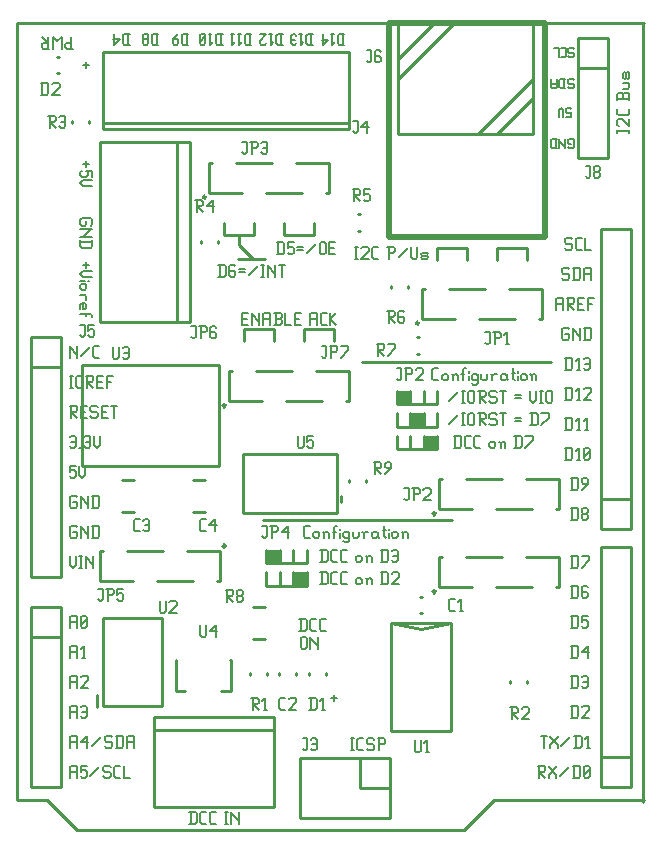
<source format=gbr>
G04 start of page 8 for group -4079 idx -4079 *
G04 Title: (unknown), topsilk *
G04 Creator: pcb 20140316 *
G04 CreationDate: Mon 19 Oct 2015 08:44:37 PM GMT UTC *
G04 For: ndholmes *
G04 Format: Gerber/RS-274X *
G04 PCB-Dimensions (mil): 2110.00 2710.00 *
G04 PCB-Coordinate-Origin: lower left *
%MOIN*%
%FSLAX25Y25*%
%LNTOPSILK*%
%ADD86C,0.0200*%
%ADD85C,0.0080*%
%ADD84C,0.0100*%
%ADD83C,0.0001*%
G54D83*G36*
X132000Y140000D02*X136500D01*
Y135500D01*
X132000D01*
Y140000D01*
G37*
G36*
X127500Y147500D02*X132000D01*
Y143000D01*
X127500D01*
Y147500D01*
G37*
G36*
X136500Y132500D02*X141000D01*
Y128000D01*
X136500D01*
Y132500D01*
G37*
G36*
X93000Y87000D02*X97500D01*
Y82500D01*
X93000D01*
Y87000D01*
G37*
G36*
X84000Y94500D02*X88500D01*
Y90000D01*
X84000D01*
Y94500D01*
G37*
G54D84*X150000Y1000D02*X21000D01*
X160000Y11000D02*X150000Y1000D01*
X1000Y11000D02*X11000D01*
X210000D02*X160000D01*
X83000Y104500D02*X146000D01*
X84000Y87000D02*Y82500D01*
Y94500D02*Y90000D01*
X88500Y82500D02*Y87000D01*
X97500D02*Y82500D01*
X84000D02*X97500D01*
X127500Y140000D02*Y135500D01*
Y132500D02*Y128000D01*
X132000D02*Y132500D01*
X127500Y147500D02*Y143000D01*
X132000D02*Y147500D01*
X136500Y143000D02*Y147500D01*
X141000D02*Y143000D01*
X127500D02*X141000D01*
X132000Y135500D02*Y140000D01*
X136500Y135500D02*Y140000D01*
X141000D02*Y135500D01*
X127500D02*X141000D01*
X136500Y128000D02*Y132500D01*
X127500Y128000D02*X141000D01*
Y132500D02*Y128000D01*
X116000Y157000D02*X179000D01*
X21000Y1000D02*X11000Y11000D01*
X1000D02*Y270000D01*
X88500Y90000D02*Y94500D01*
X93000Y90000D02*Y94500D01*
X97500D02*Y90000D01*
X84000D02*X97500D01*
X93000Y82500D02*Y87000D01*
X80000Y203500D02*Y199500D01*
X90000D02*Y203500D01*
X80000Y199500D02*X70000D01*
X100000D02*X90000D01*
X70000D02*Y203500D01*
X75000Y199500D02*Y196000D01*
X79500Y191500D01*
X74500D02*X83500D01*
X100000Y203500D02*Y199500D01*
X96500Y164000D02*Y168000D01*
X76500Y164000D02*Y168000D01*
X86500D02*X76500D01*
X86500D02*Y164000D01*
X209500Y269500D02*Y10500D01*
X128000Y251500D02*X146500Y270000D01*
X128000Y258000D02*X140000Y270000D01*
X128000Y233000D02*Y270000D01*
X173000Y251500D02*X154500Y233000D01*
X173000Y245000D02*X161000Y233000D01*
X173000D02*X128000D01*
X173000Y270000D02*Y233000D01*
X1000Y270000D02*X210000D01*
X141000Y191000D02*Y195000D01*
X151000D02*X141000D01*
X151000D02*Y191000D01*
X171000Y195000D02*Y191000D01*
X161000D02*Y195000D01*
X171000D02*X161000D01*
X106500Y168000D02*Y164000D01*
Y168000D02*X96500D01*
G54D85*X18500Y22000D02*Y18500D01*
Y22000D02*X19000Y22500D01*
X20500D01*
X21000Y22000D01*
Y18500D01*
X18500Y20500D02*X21000D01*
X22200Y22500D02*X24200D01*
X22200D02*Y20500D01*
X22700Y21000D01*
X23700D01*
X24200Y20500D01*
Y19000D01*
X23700Y18500D02*X24200Y19000D01*
X22700Y18500D02*X23700D01*
X22200Y19000D02*X22700Y18500D01*
X25400Y19000D02*X28400Y22000D01*
X31600Y22500D02*X32100Y22000D01*
X30100Y22500D02*X31600D01*
X29600Y22000D02*X30100Y22500D01*
X29600Y22000D02*Y21000D01*
X30100Y20500D01*
X31600D01*
X32100Y20000D01*
Y19000D01*
X31600Y18500D02*X32100Y19000D01*
X30100Y18500D02*X31600D01*
X29600Y19000D02*X30100Y18500D01*
X33800D02*X35300D01*
X33300Y19000D02*X33800Y18500D01*
X33300Y22000D02*Y19000D01*
Y22000D02*X33800Y22500D01*
X35300D01*
X36500D02*Y18500D01*
X38500D01*
X18500Y32000D02*Y28500D01*
Y32000D02*X19000Y32500D01*
X20500D01*
X21000Y32000D01*
Y28500D01*
X18500Y30500D02*X21000D01*
X22200D02*X24200Y32500D01*
X22200Y30500D02*X24700D01*
X24200Y32500D02*Y28500D01*
X25900Y29000D02*X28900Y32000D01*
X32100Y32500D02*X32600Y32000D01*
X30600Y32500D02*X32100D01*
X30100Y32000D02*X30600Y32500D01*
X30100Y32000D02*Y31000D01*
X30600Y30500D01*
X32100D01*
X32600Y30000D01*
Y29000D01*
X32100Y28500D02*X32600Y29000D01*
X30600Y28500D02*X32100D01*
X30100Y29000D02*X30600Y28500D01*
X34300Y32500D02*Y28500D01*
X35800Y32500D02*X36300Y32000D01*
Y29000D01*
X35800Y28500D02*X36300Y29000D01*
X33800Y28500D02*X35800D01*
X33800Y32500D02*X35800D01*
X37500Y32000D02*Y28500D01*
Y32000D02*X38000Y32500D01*
X39500D01*
X40000Y32000D01*
Y28500D01*
X37500Y30500D02*X40000D01*
X18500Y42000D02*Y38500D01*
Y42000D02*X19000Y42500D01*
X20500D01*
X21000Y42000D01*
Y38500D01*
X18500Y40500D02*X21000D01*
X22200Y42000D02*X22700Y42500D01*
X23700D01*
X24200Y42000D01*
Y39000D01*
X23700Y38500D02*X24200Y39000D01*
X22700Y38500D02*X23700D01*
X22200Y39000D02*X22700Y38500D01*
Y40500D02*X24200D01*
X18500Y52000D02*Y48500D01*
Y52000D02*X19000Y52500D01*
X20500D01*
X21000Y52000D01*
Y48500D01*
X18500Y50500D02*X21000D01*
X22200Y52000D02*X22700Y52500D01*
X24200D01*
X24700Y52000D01*
Y51000D01*
X22200Y48500D02*X24700Y51000D01*
X22200Y48500D02*X24700D01*
X18500Y62000D02*Y58500D01*
Y62000D02*X19000Y62500D01*
X20500D01*
X21000Y62000D01*
Y58500D01*
X18500Y60500D02*X21000D01*
X22700Y58500D02*X23700D01*
X23200Y62500D02*Y58500D01*
X22200Y61500D02*X23200Y62500D01*
X58800Y7200D02*Y3200D01*
X60300Y7200D02*X60800Y6700D01*
Y3700D01*
X60300Y3200D02*X60800Y3700D01*
X58300Y3200D02*X60300D01*
X58300Y7200D02*X60300D01*
X62500Y3200D02*X64000D01*
X62000Y3700D02*X62500Y3200D01*
X62000Y6700D02*Y3700D01*
Y6700D02*X62500Y7200D01*
X64000D01*
X65700Y3200D02*X67200D01*
X65200Y3700D02*X65700Y3200D01*
X65200Y6700D02*Y3700D01*
Y6700D02*X65700Y7200D01*
X67200D01*
X70200D02*X71200D01*
X70700D02*Y3200D01*
X70200D02*X71200D01*
X72400Y7200D02*Y3200D01*
Y7200D02*Y6700D01*
X74900Y4200D01*
Y7200D02*Y3200D01*
X18500Y72000D02*Y68500D01*
Y72000D02*X19000Y72500D01*
X20500D01*
X21000Y72000D01*
Y68500D01*
X18500Y70500D02*X21000D01*
X22200Y69000D02*X22700Y68500D01*
X22200Y72000D02*Y69000D01*
Y72000D02*X22700Y72500D01*
X23700D01*
X24200Y72000D01*
Y69000D01*
X23700Y68500D02*X24200Y69000D01*
X22700Y68500D02*X23700D01*
X22200Y69500D02*X24200Y71500D01*
X18500Y92500D02*Y89500D01*
X19500Y88500D01*
X20500Y89500D01*
Y92500D02*Y89500D01*
X21700Y92500D02*X22700D01*
X22200D02*Y88500D01*
X21700D02*X22700D01*
X23900Y92500D02*Y88500D01*
Y92500D02*Y92000D01*
X26400Y89500D01*
Y92500D02*Y88500D01*
X186000Y52500D02*Y48500D01*
X187500Y52500D02*X188000Y52000D01*
Y49000D01*
X187500Y48500D02*X188000Y49000D01*
X185500Y48500D02*X187500D01*
X185500Y52500D02*X187500D01*
X189200Y52000D02*X189700Y52500D01*
X190700D01*
X191200Y52000D01*
Y49000D01*
X190700Y48500D02*X191200Y49000D01*
X189700Y48500D02*X190700D01*
X189200Y49000D02*X189700Y48500D01*
Y50500D02*X191200D01*
X186000Y62500D02*Y58500D01*
X187500Y62500D02*X188000Y62000D01*
Y59000D01*
X187500Y58500D02*X188000Y59000D01*
X185500Y58500D02*X187500D01*
X185500Y62500D02*X187500D01*
X189200Y60500D02*X191200Y62500D01*
X189200Y60500D02*X191700D01*
X191200Y62500D02*Y58500D01*
X186000Y42500D02*Y38500D01*
X187500Y42500D02*X188000Y42000D01*
Y39000D01*
X187500Y38500D02*X188000Y39000D01*
X185500Y38500D02*X187500D01*
X185500Y42500D02*X187500D01*
X189200Y42000D02*X189700Y42500D01*
X191200D01*
X191700Y42000D01*
Y41000D01*
X189200Y38500D02*X191700Y41000D01*
X189200Y38500D02*X191700D01*
X174500Y22500D02*X176500D01*
X177000Y22000D01*
Y21000D01*
X176500Y20500D02*X177000Y21000D01*
X175000Y20500D02*X176500D01*
X175000Y22500D02*Y18500D01*
Y20500D02*X177000Y18500D01*
X178200Y22500D02*Y22000D01*
X180700Y19500D01*
Y18500D01*
X178200Y19500D02*Y18500D01*
Y19500D02*X180700Y22000D01*
Y22500D02*Y22000D01*
X181900Y19000D02*X184900Y22000D01*
X186600Y22500D02*Y18500D01*
X188100Y22500D02*X188600Y22000D01*
Y19000D01*
X188100Y18500D02*X188600Y19000D01*
X186100Y18500D02*X188100D01*
X186100Y22500D02*X188100D01*
X189800Y19000D02*X190300Y18500D01*
X189800Y22000D02*Y19000D01*
Y22000D02*X190300Y22500D01*
X191300D01*
X191800Y22000D01*
Y19000D01*
X191300Y18500D02*X191800Y19000D01*
X190300Y18500D02*X191300D01*
X189800Y19500D02*X191800Y21500D01*
X112100Y31600D02*X113100D01*
X112600D02*Y27600D01*
X112100D02*X113100D01*
X114800D02*X116300D01*
X114300Y28100D02*X114800Y27600D01*
X114300Y31100D02*Y28100D01*
Y31100D02*X114800Y31600D01*
X116300D01*
X119500D02*X120000Y31100D01*
X118000Y31600D02*X119500D01*
X117500Y31100D02*X118000Y31600D01*
X117500Y31100D02*Y30100D01*
X118000Y29600D01*
X119500D01*
X120000Y29100D01*
Y28100D01*
X119500Y27600D02*X120000Y28100D01*
X118000Y27600D02*X119500D01*
X117500Y28100D02*X118000Y27600D01*
X121700Y31600D02*Y27600D01*
X121200Y31600D02*X123200D01*
X123700Y31100D01*
Y30100D01*
X123200Y29600D02*X123700Y30100D01*
X121700Y29600D02*X123200D01*
X175500Y32500D02*X177500D01*
X176500D02*Y28500D01*
X178700Y32500D02*Y32000D01*
X181200Y29500D01*
Y28500D01*
X178700Y29500D02*Y28500D01*
Y29500D02*X181200Y32000D01*
Y32500D02*Y32000D01*
X182400Y29000D02*X185400Y32000D01*
X187100Y32500D02*Y28500D01*
X188600Y32500D02*X189100Y32000D01*
Y29000D01*
X188600Y28500D02*X189100Y29000D01*
X186600Y28500D02*X188600D01*
X186600Y32500D02*X188600D01*
X190800Y28500D02*X191800D01*
X191300Y32500D02*Y28500D01*
X190300Y31500D02*X191300Y32500D01*
X105500Y45000D02*X107500D01*
X106500Y46000D02*Y44000D01*
X186000Y92500D02*Y88500D01*
X187500Y92500D02*X188000Y92000D01*
Y89000D01*
X187500Y88500D02*X188000Y89000D01*
X185500Y88500D02*X187500D01*
X185500Y92500D02*X187500D01*
X189200Y88500D02*X191700Y91000D01*
Y92500D02*Y91000D01*
X189200Y92500D02*X191700D01*
X186000Y82500D02*Y78500D01*
X187500Y82500D02*X188000Y82000D01*
Y79000D01*
X187500Y78500D02*X188000Y79000D01*
X185500Y78500D02*X187500D01*
X185500Y82500D02*X187500D01*
X190700D02*X191200Y82000D01*
X189700Y82500D02*X190700D01*
X189200Y82000D02*X189700Y82500D01*
X189200Y82000D02*Y79000D01*
X189700Y78500D01*
X190700Y80500D02*X191200Y80000D01*
X189200Y80500D02*X190700D01*
X189700Y78500D02*X190700D01*
X191200Y79000D01*
Y80000D02*Y79000D01*
X186000Y72500D02*Y68500D01*
X187500Y72500D02*X188000Y72000D01*
Y69000D01*
X187500Y68500D02*X188000Y69000D01*
X185500Y68500D02*X187500D01*
X185500Y72500D02*X187500D01*
X189200D02*X191200D01*
X189200D02*Y70500D01*
X189700Y71000D01*
X190700D01*
X191200Y70500D01*
Y69000D01*
X190700Y68500D02*X191200Y69000D01*
X189700Y68500D02*X190700D01*
X189200Y69000D02*X189700Y68500D01*
X97000Y98500D02*X98500D01*
X96500Y99000D02*X97000Y98500D01*
X96500Y102000D02*Y99000D01*
Y102000D02*X97000Y102500D01*
X98500D01*
X99700Y100000D02*Y99000D01*
Y100000D02*X100200Y100500D01*
X101200D01*
X101700Y100000D01*
Y99000D01*
X101200Y98500D02*X101700Y99000D01*
X100200Y98500D02*X101200D01*
X99700Y99000D02*X100200Y98500D01*
X103400Y100000D02*Y98500D01*
Y100000D02*X103900Y100500D01*
X104400D01*
X104900Y100000D01*
Y98500D01*
X102900Y100500D02*X103400Y100000D01*
X106600Y102000D02*Y98500D01*
Y102000D02*X107100Y102500D01*
X107600D01*
X106100Y100500D02*X107100D01*
X108600Y101500D02*Y101000D01*
Y100000D02*Y98500D01*
X111100Y100500D02*X111600Y100000D01*
X110100Y100500D02*X111100D01*
X109600Y100000D02*X110100Y100500D01*
X109600Y100000D02*Y99000D01*
X110100Y98500D01*
X111100D01*
X111600Y99000D01*
X109600Y97500D02*X110100Y97000D01*
X111100D01*
X111600Y97500D01*
Y100500D02*Y97500D01*
X112800Y100500D02*Y99000D01*
X113300Y98500D01*
X114300D01*
X114800Y99000D01*
Y100500D02*Y99000D01*
X116500Y100000D02*Y98500D01*
Y100000D02*X117000Y100500D01*
X118000D01*
X116000D02*X116500Y100000D01*
X120700Y100500D02*X121200Y100000D01*
X119700Y100500D02*X120700D01*
X119200Y100000D02*X119700Y100500D01*
X119200Y100000D02*Y99000D01*
X119700Y98500D01*
X121200Y100500D02*Y99000D01*
X121700Y98500D01*
X119700D02*X120700D01*
X121200Y99000D01*
X123400Y102500D02*Y99000D01*
X123900Y98500D01*
X122900Y101000D02*X123900D01*
X124900Y101500D02*Y101000D01*
Y100000D02*Y98500D01*
X125900Y100000D02*Y99000D01*
Y100000D02*X126400Y100500D01*
X127400D01*
X127900Y100000D01*
Y99000D01*
X127400Y98500D02*X127900Y99000D01*
X126400Y98500D02*X127400D01*
X125900Y99000D02*X126400Y98500D01*
X129600Y100000D02*Y98500D01*
Y100000D02*X130100Y100500D01*
X130600D01*
X131100Y100000D01*
Y98500D01*
X129100Y100500D02*X129600Y100000D01*
X102500Y87000D02*Y83000D01*
X104000Y87000D02*X104500Y86500D01*
Y83500D01*
X104000Y83000D02*X104500Y83500D01*
X102000Y83000D02*X104000D01*
X102000Y87000D02*X104000D01*
X106200Y83000D02*X107700D01*
X105700Y83500D02*X106200Y83000D01*
X105700Y86500D02*Y83500D01*
Y86500D02*X106200Y87000D01*
X107700D01*
X109400Y83000D02*X110900D01*
X108900Y83500D02*X109400Y83000D01*
X108900Y86500D02*Y83500D01*
Y86500D02*X109400Y87000D01*
X110900D01*
X113900Y84500D02*Y83500D01*
Y84500D02*X114400Y85000D01*
X115400D01*
X115900Y84500D01*
Y83500D01*
X115400Y83000D02*X115900Y83500D01*
X114400Y83000D02*X115400D01*
X113900Y83500D02*X114400Y83000D01*
X117600Y84500D02*Y83000D01*
Y84500D02*X118100Y85000D01*
X118600D01*
X119100Y84500D01*
Y83000D01*
X117100Y85000D02*X117600Y84500D01*
X122600Y87000D02*Y83000D01*
X124100Y87000D02*X124600Y86500D01*
Y83500D01*
X124100Y83000D02*X124600Y83500D01*
X122100Y83000D02*X124100D01*
X122100Y87000D02*X124100D01*
X125800Y86500D02*X126300Y87000D01*
X127800D01*
X128300Y86500D01*
Y85500D01*
X125800Y83000D02*X128300Y85500D01*
X125800Y83000D02*X128300D01*
X102500Y94500D02*Y90500D01*
X104000Y94500D02*X104500Y94000D01*
Y91000D01*
X104000Y90500D02*X104500Y91000D01*
X102000Y90500D02*X104000D01*
X102000Y94500D02*X104000D01*
X106200Y90500D02*X107700D01*
X105700Y91000D02*X106200Y90500D01*
X105700Y94000D02*Y91000D01*
Y94000D02*X106200Y94500D01*
X107700D01*
X109400Y90500D02*X110900D01*
X108900Y91000D02*X109400Y90500D01*
X108900Y94000D02*Y91000D01*
Y94000D02*X109400Y94500D01*
X110900D01*
X113900Y92000D02*Y91000D01*
Y92000D02*X114400Y92500D01*
X115400D01*
X115900Y92000D01*
Y91000D01*
X115400Y90500D02*X115900Y91000D01*
X114400Y90500D02*X115400D01*
X113900Y91000D02*X114400Y90500D01*
X117600Y92000D02*Y90500D01*
Y92000D02*X118100Y92500D01*
X118600D01*
X119100Y92000D01*
Y90500D01*
X117100Y92500D02*X117600Y92000D01*
X122600Y94500D02*Y90500D01*
X124100Y94500D02*X124600Y94000D01*
Y91000D01*
X124100Y90500D02*X124600Y91000D01*
X122100Y90500D02*X124100D01*
X122100Y94500D02*X124100D01*
X125800Y94000D02*X126300Y94500D01*
X127300D01*
X127800Y94000D01*
Y91000D01*
X127300Y90500D02*X127800Y91000D01*
X126300Y90500D02*X127300D01*
X125800Y91000D02*X126300Y90500D01*
Y92500D02*X127800D01*
X95500Y71500D02*Y67500D01*
X97000Y71500D02*X97500Y71000D01*
Y68000D01*
X97000Y67500D02*X97500Y68000D01*
X95000Y67500D02*X97000D01*
X95000Y71500D02*X97000D01*
X99200Y67500D02*X100700D01*
X98700Y68000D02*X99200Y67500D01*
X98700Y71000D02*Y68000D01*
Y71000D02*X99200Y71500D01*
X100700D01*
X102400Y67500D02*X103900D01*
X101900Y68000D02*X102400Y67500D01*
X101900Y71000D02*Y68000D01*
Y71000D02*X102400Y71500D01*
X103900D01*
X95500Y65000D02*Y62000D01*
Y65000D02*X96000Y65500D01*
X97000D01*
X97500Y65000D01*
Y62000D01*
X97000Y61500D02*X97500Y62000D01*
X96000Y61500D02*X97000D01*
X95500Y62000D02*X96000Y61500D01*
X98700Y65500D02*Y61500D01*
Y65500D02*Y65000D01*
X101200Y62500D01*
Y65500D02*Y61500D01*
X18500Y122500D02*X20500D01*
X18500D02*Y120500D01*
X19000Y121000D01*
X20000D01*
X20500Y120500D01*
Y119000D01*
X20000Y118500D02*X20500Y119000D01*
X19000Y118500D02*X20000D01*
X18500Y119000D02*X19000Y118500D01*
X21700Y122500D02*Y119500D01*
X22700Y118500D01*
X23700Y119500D01*
Y122500D02*Y119500D01*
X18500Y132000D02*X19000Y132500D01*
X20000D01*
X20500Y132000D01*
Y129000D01*
X20000Y128500D02*X20500Y129000D01*
X19000Y128500D02*X20000D01*
X18500Y129000D02*X19000Y128500D01*
Y130500D02*X20500D01*
X21700Y128500D02*X22200D01*
X23400Y132000D02*X23900Y132500D01*
X24900D01*
X25400Y132000D01*
Y129000D01*
X24900Y128500D02*X25400Y129000D01*
X23900Y128500D02*X24900D01*
X23400Y129000D02*X23900Y128500D01*
Y130500D02*X25400D01*
X26600Y132500D02*Y129500D01*
X27600Y128500D01*
X28600Y129500D01*
Y132500D02*Y129500D01*
X18500Y142500D02*X20500D01*
X21000Y142000D01*
Y141000D01*
X20500Y140500D02*X21000Y141000D01*
X19000Y140500D02*X20500D01*
X19000Y142500D02*Y138500D01*
Y140500D02*X21000Y138500D01*
X22200Y140500D02*X23700D01*
X22200Y138500D02*X24200D01*
X22200Y142500D02*Y138500D01*
Y142500D02*X24200D01*
X27400D02*X27900Y142000D01*
X25900Y142500D02*X27400D01*
X25400Y142000D02*X25900Y142500D01*
X25400Y142000D02*Y141000D01*
X25900Y140500D01*
X27400D01*
X27900Y140000D01*
Y139000D01*
X27400Y138500D02*X27900Y139000D01*
X25900Y138500D02*X27400D01*
X25400Y139000D02*X25900Y138500D01*
X29100Y140500D02*X30600D01*
X29100Y138500D02*X31100D01*
X29100Y142500D02*Y138500D01*
Y142500D02*X31100D01*
X32300D02*X34300D01*
X33300D02*Y138500D01*
X18500Y162500D02*Y158500D01*
Y162500D02*Y162000D01*
X21000Y159500D01*
Y162500D02*Y158500D01*
X22200Y159000D02*X25200Y162000D01*
X26900Y158500D02*X28400D01*
X26400Y159000D02*X26900Y158500D01*
X26400Y162000D02*Y159000D01*
Y162000D02*X26900Y162500D01*
X28400D01*
X18500Y152500D02*X19500D01*
X19000D02*Y148500D01*
X18500D02*X19500D01*
X20700Y152000D02*Y149000D01*
Y152000D02*X21200Y152500D01*
X22200D01*
X22700Y152000D01*
Y149000D01*
X22200Y148500D02*X22700Y149000D01*
X21200Y148500D02*X22200D01*
X20700Y149000D02*X21200Y148500D01*
X23900Y152500D02*X25900D01*
X26400Y152000D01*
Y151000D01*
X25900Y150500D02*X26400Y151000D01*
X24400Y150500D02*X25900D01*
X24400Y152500D02*Y148500D01*
Y150500D02*X26400Y148500D01*
X27600Y150500D02*X29100D01*
X27600Y148500D02*X29600D01*
X27600Y152500D02*Y148500D01*
Y152500D02*X29600D01*
X30800D02*Y148500D01*
Y152500D02*X32800D01*
X30800Y150500D02*X32300D01*
X20500Y102500D02*X21000Y102000D01*
X19000Y102500D02*X20500D01*
X18500Y102000D02*X19000Y102500D01*
X18500Y102000D02*Y99000D01*
X19000Y98500D01*
X20500D01*
X21000Y99000D01*
Y100000D02*Y99000D01*
X20500Y100500D02*X21000Y100000D01*
X19500Y100500D02*X20500D01*
X22200Y102500D02*Y98500D01*
Y102500D02*Y102000D01*
X24700Y99500D01*
Y102500D02*Y98500D01*
X26400Y102500D02*Y98500D01*
X27900Y102500D02*X28400Y102000D01*
Y99000D01*
X27900Y98500D02*X28400Y99000D01*
X25900Y98500D02*X27900D01*
X25900Y102500D02*X27900D01*
X20500Y112500D02*X21000Y112000D01*
X19000Y112500D02*X20500D01*
X18500Y112000D02*X19000Y112500D01*
X18500Y112000D02*Y109000D01*
X19000Y108500D01*
X20500D01*
X21000Y109000D01*
Y110000D02*Y109000D01*
X20500Y110500D02*X21000Y110000D01*
X19500Y110500D02*X20500D01*
X22200Y112500D02*Y108500D01*
Y112500D02*Y112000D01*
X24700Y109500D01*
Y112500D02*Y108500D01*
X26400Y112500D02*Y108500D01*
X27900Y112500D02*X28400Y112000D01*
Y109000D01*
X27900Y108500D02*X28400Y109000D01*
X25900Y108500D02*X27900D01*
X25900Y112500D02*X27900D01*
X26000Y203000D02*X25500Y202500D01*
X26000Y204500D02*Y203000D01*
X25500Y205000D02*X26000Y204500D01*
X22500Y205000D02*X25500D01*
X22500D02*X22000Y204500D01*
Y203000D01*
X22500Y202500D01*
X23500D01*
X24000Y203000D02*X23500Y202500D01*
X24000Y204000D02*Y203000D01*
X22000Y201300D02*X26000D01*
X25500D02*X26000D01*
X25500D02*X23000Y198800D01*
X22000D02*X26000D01*
X22000Y197100D02*X26000D01*
Y195600D02*X25500Y195100D01*
X22500D02*X25500D01*
X22000Y195600D02*X22500Y195100D01*
X22000Y197600D02*Y195600D01*
X26000Y197600D02*Y195600D01*
X24000Y224000D02*Y222000D01*
X23000Y223000D02*X25000D01*
X26000Y220800D02*Y218800D01*
X24000Y220800D02*X26000D01*
X24000D02*X24500Y220300D01*
Y219300D01*
X24000Y218800D01*
X22500D02*X24000D01*
X22000Y219300D02*X22500Y218800D01*
X22000Y220300D02*Y219300D01*
X22500Y220800D02*X22000Y220300D01*
X23000Y217600D02*X26000D01*
X23000D02*X22000Y216600D01*
X23000Y215600D01*
X26000D01*
X24000Y190500D02*Y188500D01*
X23000Y189500D02*X25000D01*
X23000Y187300D02*X26000D01*
X23000D02*X22000Y186300D01*
X23000Y185300D01*
X26000D01*
X24500Y184100D02*X25000D01*
X22000D02*X23500D01*
X22500Y183100D02*X23500D01*
X24000Y182600D01*
Y181600D01*
X23500Y181100D01*
X22500D02*X23500D01*
X22000Y181600D02*X22500Y181100D01*
X22000Y182600D02*Y181600D01*
X22500Y183100D02*X22000Y182600D01*
Y179400D02*X23500D01*
X24000Y178900D01*
Y177900D01*
Y179900D02*X23500Y179400D01*
X22000Y176200D02*Y174700D01*
X22500Y176700D02*X22000Y176200D01*
X22500Y176700D02*X23500D01*
X24000Y176200D01*
Y175200D01*
X23500Y174700D01*
X23000Y176700D02*Y174700D01*
X23500D01*
X22000Y173000D02*X25500D01*
X26000Y172500D01*
Y172000D01*
X24000Y173500D02*Y172500D01*
X23000Y256000D02*X25000D01*
X24000Y257000D02*Y255000D01*
X19000Y265500D02*Y261500D01*
X17500D02*X19500D01*
X17500D02*X17000Y262000D01*
Y263000D02*Y262000D01*
X17500Y263500D02*X17000Y263000D01*
X17500Y263500D02*X19000D01*
X15800Y265500D02*Y261500D01*
Y265500D02*X14300Y264000D01*
X12800Y265500D01*
Y261500D01*
X9600D02*X11600D01*
X9600D02*X9100Y262000D01*
Y263000D02*Y262000D01*
X9600Y263500D02*X9100Y263000D01*
X9600Y263500D02*X11100D01*
Y265500D02*Y261500D01*
Y263500D02*X9100Y265500D01*
X38050Y266500D02*Y262900D01*
X36700D02*X36250Y263350D01*
Y266050D02*Y263350D01*
X36700Y266500D02*X36250Y266050D01*
X36700Y266500D02*X38500D01*
X36700Y262900D02*X38500D01*
X35170Y264700D02*X33370Y262900D01*
X32920Y264700D02*X35170D01*
X33370Y266500D02*Y262900D01*
X47550Y266500D02*Y262900D01*
X46200D02*X45750Y263350D01*
Y266050D02*Y263350D01*
X46200Y266500D02*X45750Y266050D01*
X46200Y266500D02*X48000D01*
X46200Y262900D02*X48000D01*
X44670Y266050D02*X44220Y266500D01*
X44670Y266050D02*Y265150D01*
X44220Y264700D01*
X43320D02*X44220D01*
X43320D02*X42870Y265150D01*
Y266050D02*Y265150D01*
X43320Y266500D02*X42870Y266050D01*
X43320Y266500D02*X44220D01*
X44670Y264250D02*X44220Y264700D01*
X44670Y264250D02*Y263350D01*
X44220Y262900D01*
X43320D02*X44220D01*
X43320D02*X42870Y263350D01*
Y264250D02*Y263350D01*
X43320Y264700D02*X42870Y264250D01*
X186000Y108500D02*Y104500D01*
X187500Y108500D02*X188000Y108000D01*
Y105000D01*
X187500Y104500D02*X188000Y105000D01*
X185500Y104500D02*X187500D01*
X185500Y108500D02*X187500D01*
X189200Y105000D02*X189700Y104500D01*
X189200Y106000D02*Y105000D01*
Y106000D02*X189700Y106500D01*
X190700D01*
X191200Y106000D01*
Y105000D01*
X190700Y104500D02*X191200Y105000D01*
X189700Y104500D02*X190700D01*
X189200Y107000D02*X189700Y106500D01*
X189200Y108000D02*Y107000D01*
Y108000D02*X189700Y108500D01*
X190700D01*
X191200Y108000D01*
Y107000D01*
X190700Y106500D02*X191200Y107000D01*
X184000Y128500D02*Y124500D01*
X185500Y128500D02*X186000Y128000D01*
Y125000D01*
X185500Y124500D02*X186000Y125000D01*
X183500Y124500D02*X185500D01*
X183500Y128500D02*X185500D01*
X187700Y124500D02*X188700D01*
X188200Y128500D02*Y124500D01*
X187200Y127500D02*X188200Y128500D01*
X189900Y125000D02*X190400Y124500D01*
X189900Y128000D02*Y125000D01*
Y128000D02*X190400Y128500D01*
X191400D01*
X191900Y128000D01*
Y125000D01*
X191400Y124500D02*X191900Y125000D01*
X190400Y124500D02*X191400D01*
X189900Y125500D02*X191900Y127500D01*
X186000Y118500D02*Y114500D01*
X187500Y118500D02*X188000Y118000D01*
Y115000D01*
X187500Y114500D02*X188000Y115000D01*
X185500Y114500D02*X187500D01*
X185500Y118500D02*X187500D01*
X189200Y114500D02*X191200Y116500D01*
Y118000D02*Y116500D01*
X190700Y118500D02*X191200Y118000D01*
X189700Y118500D02*X190700D01*
X189200Y118000D02*X189700Y118500D01*
X189200Y118000D02*Y117000D01*
X189700Y116500D01*
X191200D01*
X180500Y178000D02*Y174500D01*
Y178000D02*X181000Y178500D01*
X182500D01*
X183000Y178000D01*
Y174500D01*
X180500Y176500D02*X183000D01*
X184200Y178500D02*X186200D01*
X186700Y178000D01*
Y177000D01*
X186200Y176500D02*X186700Y177000D01*
X184700Y176500D02*X186200D01*
X184700Y178500D02*Y174500D01*
Y176500D02*X186700Y174500D01*
X187900Y176500D02*X189400D01*
X187900Y174500D02*X189900D01*
X187900Y178500D02*Y174500D01*
Y178500D02*X189900D01*
X191100D02*Y174500D01*
Y178500D02*X193100D01*
X191100Y176500D02*X192600D01*
X184500Y188500D02*X185000Y188000D01*
X183000Y188500D02*X184500D01*
X182500Y188000D02*X183000Y188500D01*
X182500Y188000D02*Y187000D01*
X183000Y186500D01*
X184500D01*
X185000Y186000D01*
Y185000D01*
X184500Y184500D02*X185000Y185000D01*
X183000Y184500D02*X184500D01*
X182500Y185000D02*X183000Y184500D01*
X186700Y188500D02*Y184500D01*
X188200Y188500D02*X188700Y188000D01*
Y185000D01*
X188200Y184500D02*X188700Y185000D01*
X186200Y184500D02*X188200D01*
X186200Y188500D02*X188200D01*
X189900Y188000D02*Y184500D01*
Y188000D02*X190400Y188500D01*
X191900D01*
X192400Y188000D01*
Y184500D01*
X189900Y186500D02*X192400D01*
X185500Y198500D02*X186000Y198000D01*
X184000Y198500D02*X185500D01*
X183500Y198000D02*X184000Y198500D01*
X183500Y198000D02*Y197000D01*
X184000Y196500D01*
X185500D01*
X186000Y196000D01*
Y195000D01*
X185500Y194500D02*X186000Y195000D01*
X184000Y194500D02*X185500D01*
X183500Y195000D02*X184000Y194500D01*
X187700D02*X189200D01*
X187200Y195000D02*X187700Y194500D01*
X187200Y198000D02*Y195000D01*
Y198000D02*X187700Y198500D01*
X189200D01*
X190400D02*Y194500D01*
X192400D01*
X184500Y168500D02*X185000Y168000D01*
X183000Y168500D02*X184500D01*
X182500Y168000D02*X183000Y168500D01*
X182500Y168000D02*Y165000D01*
X183000Y164500D01*
X184500D01*
X185000Y165000D01*
Y166000D02*Y165000D01*
X184500Y166500D02*X185000Y166000D01*
X183500Y166500D02*X184500D01*
X186200Y168500D02*Y164500D01*
Y168500D02*Y168000D01*
X188700Y165500D01*
Y168500D02*Y164500D01*
X190400Y168500D02*Y164500D01*
X191900Y168500D02*X192400Y168000D01*
Y165000D01*
X191900Y164500D02*X192400Y165000D01*
X189900Y164500D02*X191900D01*
X189900Y168500D02*X191900D01*
X184000Y158500D02*Y154500D01*
X185500Y158500D02*X186000Y158000D01*
Y155000D01*
X185500Y154500D02*X186000Y155000D01*
X183500Y154500D02*X185500D01*
X183500Y158500D02*X185500D01*
X187700Y154500D02*X188700D01*
X188200Y158500D02*Y154500D01*
X187200Y157500D02*X188200Y158500D01*
X189900Y158000D02*X190400Y158500D01*
X191400D01*
X191900Y158000D01*
Y155000D01*
X191400Y154500D02*X191900Y155000D01*
X190400Y154500D02*X191400D01*
X189900Y155000D02*X190400Y154500D01*
Y156500D02*X191900D01*
X184000Y148500D02*Y144500D01*
X185500Y148500D02*X186000Y148000D01*
Y145000D01*
X185500Y144500D02*X186000Y145000D01*
X183500Y144500D02*X185500D01*
X183500Y148500D02*X185500D01*
X187700Y144500D02*X188700D01*
X188200Y148500D02*Y144500D01*
X187200Y147500D02*X188200Y148500D01*
X189900Y148000D02*X190400Y148500D01*
X191900D01*
X192400Y148000D01*
Y147000D01*
X189900Y144500D02*X192400Y147000D01*
X189900Y144500D02*X192400D01*
X184000Y138500D02*Y134500D01*
X185500Y138500D02*X186000Y138000D01*
Y135000D01*
X185500Y134500D02*X186000Y135000D01*
X183500Y134500D02*X185500D01*
X183500Y138500D02*X185500D01*
X187700Y134500D02*X188700D01*
X188200Y138500D02*Y134500D01*
X187200Y137500D02*X188200Y138500D01*
X190400Y134500D02*X191400D01*
X190900Y138500D02*Y134500D01*
X189900Y137500D02*X190900Y138500D01*
X145000Y144000D02*X148000Y147000D01*
X149200Y147500D02*X150200D01*
X149700D02*Y143500D01*
X149200D02*X150200D01*
X151400Y147000D02*Y144000D01*
Y147000D02*X151900Y147500D01*
X152900D01*
X153400Y147000D01*
Y144000D01*
X152900Y143500D02*X153400Y144000D01*
X151900Y143500D02*X152900D01*
X151400Y144000D02*X151900Y143500D01*
X154600Y147500D02*X156600D01*
X157100Y147000D01*
Y146000D01*
X156600Y145500D02*X157100Y146000D01*
X155100Y145500D02*X156600D01*
X155100Y147500D02*Y143500D01*
Y145500D02*X157100Y143500D01*
X160300Y147500D02*X160800Y147000D01*
X158800Y147500D02*X160300D01*
X158300Y147000D02*X158800Y147500D01*
X158300Y147000D02*Y146000D01*
X158800Y145500D01*
X160300D01*
X160800Y145000D01*
Y144000D01*
X160300Y143500D02*X160800Y144000D01*
X158800Y143500D02*X160300D01*
X158300Y144000D02*X158800Y143500D01*
X162000Y147500D02*X164000D01*
X163000D02*Y143500D01*
X167000Y146000D02*X169000D01*
X167000Y145000D02*X169000D01*
X172000Y147500D02*Y144500D01*
X173000Y143500D01*
X174000Y144500D01*
Y147500D02*Y144500D01*
X175200Y147500D02*X176200D01*
X175700D02*Y143500D01*
X175200D02*X176200D01*
X177400Y147000D02*Y144000D01*
Y147000D02*X177900Y147500D01*
X178900D01*
X179400Y147000D01*
Y144000D01*
X178900Y143500D02*X179400Y144000D01*
X177900Y143500D02*X178900D01*
X177400Y144000D02*X177900Y143500D01*
X145000Y136500D02*X148000Y139500D01*
X149200Y140000D02*X150200D01*
X149700D02*Y136000D01*
X149200D02*X150200D01*
X151400Y139500D02*Y136500D01*
Y139500D02*X151900Y140000D01*
X152900D01*
X153400Y139500D01*
Y136500D01*
X152900Y136000D02*X153400Y136500D01*
X151900Y136000D02*X152900D01*
X151400Y136500D02*X151900Y136000D01*
X154600Y140000D02*X156600D01*
X157100Y139500D01*
Y138500D01*
X156600Y138000D02*X157100Y138500D01*
X155100Y138000D02*X156600D01*
X155100Y140000D02*Y136000D01*
Y138000D02*X157100Y136000D01*
X160300Y140000D02*X160800Y139500D01*
X158800Y140000D02*X160300D01*
X158300Y139500D02*X158800Y140000D01*
X158300Y139500D02*Y138500D01*
X158800Y138000D01*
X160300D01*
X160800Y137500D01*
Y136500D01*
X160300Y136000D02*X160800Y136500D01*
X158800Y136000D02*X160300D01*
X158300Y136500D02*X158800Y136000D01*
X162000Y140000D02*X164000D01*
X163000D02*Y136000D01*
X167000Y138500D02*X169000D01*
X167000Y137500D02*X169000D01*
X172500Y140000D02*Y136000D01*
X174000Y140000D02*X174500Y139500D01*
Y136500D01*
X174000Y136000D02*X174500Y136500D01*
X172000Y136000D02*X174000D01*
X172000Y140000D02*X174000D01*
X175700Y136000D02*X178200Y138500D01*
Y140000D02*Y138500D01*
X175700Y140000D02*X178200D01*
X147000Y132500D02*Y128500D01*
X148500Y132500D02*X149000Y132000D01*
Y129000D01*
X148500Y128500D02*X149000Y129000D01*
X146500Y128500D02*X148500D01*
X146500Y132500D02*X148500D01*
X150700Y128500D02*X152200D01*
X150200Y129000D02*X150700Y128500D01*
X150200Y132000D02*Y129000D01*
Y132000D02*X150700Y132500D01*
X152200D01*
X153900Y128500D02*X155400D01*
X153400Y129000D02*X153900Y128500D01*
X153400Y132000D02*Y129000D01*
Y132000D02*X153900Y132500D01*
X155400D01*
X158400Y130000D02*Y129000D01*
Y130000D02*X158900Y130500D01*
X159900D01*
X160400Y130000D01*
Y129000D01*
X159900Y128500D02*X160400Y129000D01*
X158900Y128500D02*X159900D01*
X158400Y129000D02*X158900Y128500D01*
X162100Y130000D02*Y128500D01*
Y130000D02*X162600Y130500D01*
X163100D01*
X163600Y130000D01*
Y128500D01*
X161600Y130500D02*X162100Y130000D01*
X167100Y132500D02*Y128500D01*
X168600Y132500D02*X169100Y132000D01*
Y129000D01*
X168600Y128500D02*X169100Y129000D01*
X166600Y128500D02*X168600D01*
X166600Y132500D02*X168600D01*
X170300Y128500D02*X172800Y131000D01*
Y132500D02*Y131000D01*
X170300Y132500D02*X172800D01*
X127500Y155000D02*X129000D01*
Y151500D01*
X128500Y151000D02*X129000Y151500D01*
X128000Y151000D02*X128500D01*
X127500Y151500D02*X128000Y151000D01*
X130700Y155000D02*Y151000D01*
X130200Y155000D02*X132200D01*
X132700Y154500D01*
Y153500D01*
X132200Y153000D02*X132700Y153500D01*
X130700Y153000D02*X132200D01*
X133900Y154500D02*X134400Y155000D01*
X135900D01*
X136400Y154500D01*
Y153500D01*
X133900Y151000D02*X136400Y153500D01*
X133900Y151000D02*X136400D01*
X139900D02*X141400D01*
X139400Y151500D02*X139900Y151000D01*
X139400Y154500D02*Y151500D01*
Y154500D02*X139900Y155000D01*
X141400D01*
X142600Y152500D02*Y151500D01*
Y152500D02*X143100Y153000D01*
X144100D01*
X144600Y152500D01*
Y151500D01*
X144100Y151000D02*X144600Y151500D01*
X143100Y151000D02*X144100D01*
X142600Y151500D02*X143100Y151000D01*
X146300Y152500D02*Y151000D01*
Y152500D02*X146800Y153000D01*
X147300D01*
X147800Y152500D01*
Y151000D01*
X145800Y153000D02*X146300Y152500D01*
X149500Y154500D02*Y151000D01*
Y154500D02*X150000Y155000D01*
X150500D01*
X149000Y153000D02*X150000D01*
X151500Y154000D02*Y153500D01*
Y152500D02*Y151000D01*
X154000Y153000D02*X154500Y152500D01*
X153000Y153000D02*X154000D01*
X152500Y152500D02*X153000Y153000D01*
X152500Y152500D02*Y151500D01*
X153000Y151000D01*
X154000D01*
X154500Y151500D01*
X152500Y150000D02*X153000Y149500D01*
X154000D01*
X154500Y150000D01*
Y153000D02*Y150000D01*
X155700Y153000D02*Y151500D01*
X156200Y151000D01*
X157200D01*
X157700Y151500D01*
Y153000D02*Y151500D01*
X159400Y152500D02*Y151000D01*
Y152500D02*X159900Y153000D01*
X160900D01*
X158900D02*X159400Y152500D01*
X163600Y153000D02*X164100Y152500D01*
X162600Y153000D02*X163600D01*
X162100Y152500D02*X162600Y153000D01*
X162100Y152500D02*Y151500D01*
X162600Y151000D01*
X164100Y153000D02*Y151500D01*
X164600Y151000D01*
X162600D02*X163600D01*
X164100Y151500D01*
X166300Y155000D02*Y151500D01*
X166800Y151000D01*
X165800Y153500D02*X166800D01*
X167800Y154000D02*Y153500D01*
Y152500D02*Y151000D01*
X168800Y152500D02*Y151500D01*
Y152500D02*X169300Y153000D01*
X170300D01*
X170800Y152500D01*
Y151500D01*
X170300Y151000D02*X170800Y151500D01*
X169300Y151000D02*X170300D01*
X168800Y151500D02*X169300Y151000D01*
X172500Y152500D02*Y151000D01*
Y152500D02*X173000Y153000D01*
X173500D01*
X174000Y152500D01*
Y151000D01*
X172000Y153000D02*X172500Y152500D01*
X88000Y197000D02*Y193000D01*
X89500Y197000D02*X90000Y196500D01*
Y193500D01*
X89500Y193000D02*X90000Y193500D01*
X87500Y193000D02*X89500D01*
X87500Y197000D02*X89500D01*
X91200D02*X93200D01*
X91200D02*Y195000D01*
X91700Y195500D01*
X92700D01*
X93200Y195000D01*
Y193500D01*
X92700Y193000D02*X93200Y193500D01*
X91700Y193000D02*X92700D01*
X91200Y193500D02*X91700Y193000D01*
X94400Y195500D02*X96400D01*
X94400Y194500D02*X96400D01*
X97600Y193500D02*X100600Y196500D01*
X101800D02*Y193500D01*
Y196500D02*X102300Y197000D01*
X103300D01*
X103800Y196500D01*
Y193500D01*
X103300Y193000D02*X103800Y193500D01*
X102300Y193000D02*X103300D01*
X101800Y193500D02*X102300Y193000D01*
X105000Y195000D02*X106500D01*
X105000Y193000D02*X107000D01*
X105000Y197000D02*Y193000D01*
Y197000D02*X107000D01*
X113500Y195500D02*X114500D01*
X114000D02*Y191500D01*
X113500D02*X114500D01*
X115700Y195000D02*X116200Y195500D01*
X117700D01*
X118200Y195000D01*
Y194000D01*
X115700Y191500D02*X118200Y194000D01*
X115700Y191500D02*X118200D01*
X119900D02*X121400D01*
X119400Y192000D02*X119900Y191500D01*
X119400Y195000D02*Y192000D01*
Y195000D02*X119900Y195500D01*
X121400D01*
X124900D02*Y191500D01*
X124400Y195500D02*X126400D01*
X126900Y195000D01*
Y194000D01*
X126400Y193500D02*X126900Y194000D01*
X124900Y193500D02*X126400D01*
X128100Y192000D02*X131100Y195000D01*
X132300Y195500D02*Y192000D01*
X132800Y191500D01*
X133800D01*
X134300Y192000D01*
Y195500D02*Y192000D01*
X136000Y191500D02*X137500D01*
X138000Y192000D01*
X137500Y192500D02*X138000Y192000D01*
X136000Y192500D02*X137500D01*
X135500Y193000D02*X136000Y192500D01*
X135500Y193000D02*X136000Y193500D01*
X137500D01*
X138000Y193000D01*
X135500Y192000D02*X136000Y191500D01*
X76000Y171500D02*X77500D01*
X76000Y169500D02*X78000D01*
X76000Y173500D02*Y169500D01*
Y173500D02*X78000D01*
X79200D02*Y169500D01*
Y173500D02*Y173000D01*
X81700Y170500D01*
Y173500D02*Y169500D01*
X82900Y173000D02*Y169500D01*
Y173000D02*X83400Y173500D01*
X84900D01*
X85400Y173000D01*
Y169500D01*
X82900Y171500D02*X85400D01*
X86600Y169500D02*X88600D01*
X89100Y170000D01*
Y171000D02*Y170000D01*
X88600Y171500D02*X89100Y171000D01*
X87100Y171500D02*X88600D01*
X87100Y173500D02*Y169500D01*
X86600Y173500D02*X88600D01*
X89100Y173000D01*
Y172000D01*
X88600Y171500D02*X89100Y172000D01*
X90300Y173500D02*Y169500D01*
X92300D01*
X93500Y171500D02*X95000D01*
X93500Y169500D02*X95500D01*
X93500Y173500D02*Y169500D01*
Y173500D02*X95500D01*
X98500Y173000D02*Y169500D01*
Y173000D02*X99000Y173500D01*
X100500D01*
X101000Y173000D01*
Y169500D01*
X98500Y171500D02*X101000D01*
X102700Y169500D02*X104200D01*
X102200Y170000D02*X102700Y169500D01*
X102200Y173000D02*Y170000D01*
Y173000D02*X102700Y173500D01*
X104200D01*
X105400D02*Y169500D01*
Y171500D02*X107400Y173500D01*
X105400Y171500D02*X107400Y169500D01*
X68543Y189500D02*Y185500D01*
X70043Y189500D02*X70543Y189000D01*
Y186000D01*
X70043Y185500D02*X70543Y186000D01*
X68043Y185500D02*X70043D01*
X68043Y189500D02*X70043D01*
X73243D02*X73743Y189000D01*
X72243Y189500D02*X73243D01*
X71743Y189000D02*X72243Y189500D01*
X71743Y189000D02*Y186000D01*
X72243Y185500D01*
X73243Y187500D02*X73743Y187000D01*
X71743Y187500D02*X73243D01*
X72243Y185500D02*X73243D01*
X73743Y186000D01*
Y187000D02*Y186000D01*
X74943Y188000D02*X76943D01*
X74943Y187000D02*X76943D01*
X78143Y186000D02*X81143Y189000D01*
X82343Y189500D02*X83343D01*
X82843D02*Y185500D01*
X82343D02*X83343D01*
X84543Y189500D02*Y185500D01*
Y189500D02*Y189000D01*
X87043Y186500D01*
Y189500D02*Y185500D01*
X88243Y189500D02*X90243D01*
X89243D02*Y185500D01*
X109575Y266250D02*Y262850D01*
X108300D02*X107875Y263275D01*
Y265825D02*Y263275D01*
X108300Y266250D02*X107875Y265825D01*
X108300Y266250D02*X110000D01*
X108300Y262850D02*X110000D01*
X105580Y266250D02*X106430D01*
X106005D02*Y262850D01*
X106855Y263700D02*X106005Y262850D01*
X104560Y264550D02*X102860Y262850D01*
X102435Y264550D02*X104560D01*
X102860Y266250D02*Y262850D01*
X99075Y266250D02*Y262850D01*
X97800D02*X97375Y263275D01*
Y265825D02*Y263275D01*
X97800Y266250D02*X97375Y265825D01*
X97800Y266250D02*X99500D01*
X97800Y262850D02*X99500D01*
X95080Y266250D02*X95930D01*
X95505D02*Y262850D01*
X96355Y263700D02*X95505Y262850D01*
X94060Y263275D02*X93635Y262850D01*
X92785D02*X93635D01*
X92785D02*X92360Y263275D01*
Y265825D02*Y263275D01*
X92785Y266250D02*X92360Y265825D01*
X92785Y266250D02*X93635D01*
X94060Y265825D02*X93635Y266250D01*
X92360Y264550D02*X93635D01*
X89075Y266250D02*Y262850D01*
X87800D02*X87375Y263275D01*
Y265825D02*Y263275D01*
X87800Y266250D02*X87375Y265825D01*
X87800Y266250D02*X89500D01*
X87800Y262850D02*X89500D01*
X85080Y266250D02*X85930D01*
X85505D02*Y262850D01*
X86355Y263700D02*X85505Y262850D01*
X84060Y263275D02*X83635Y262850D01*
X82360D02*X83635D01*
X82360D02*X81935Y263275D01*
Y264125D02*Y263275D01*
X84060Y266250D02*X81935Y264125D01*
Y266250D02*X84060D01*
X78575D02*Y262850D01*
X77300D02*X76875Y263275D01*
Y265825D02*Y263275D01*
X77300Y266250D02*X76875Y265825D01*
X77300Y266250D02*X79000D01*
X77300Y262850D02*X79000D01*
X74580Y266250D02*X75430D01*
X75005D02*Y262850D01*
X75855Y263700D02*X75005Y262850D01*
X72285Y266250D02*X73135D01*
X72710D02*Y262850D01*
X73560Y263700D02*X72710Y262850D01*
X69050Y266500D02*Y262900D01*
X67700D02*X67250Y263350D01*
Y266050D02*Y263350D01*
X67700Y266500D02*X67250Y266050D01*
X67700Y266500D02*X69500D01*
X67700Y262900D02*X69500D01*
X64820Y266500D02*X65720D01*
X65270D02*Y262900D01*
X66170Y263800D02*X65270Y262900D01*
X63740Y266050D02*X63290Y266500D01*
X63740Y266050D02*Y263350D01*
X63290Y262900D01*
X62390D02*X63290D01*
X62390D02*X61940Y263350D01*
Y266050D02*Y263350D01*
X62390Y266500D02*X61940Y266050D01*
X62390Y266500D02*X63290D01*
X63740Y265600D02*X61940Y263800D01*
X57550Y266500D02*Y262900D01*
X56200D02*X55750Y263350D01*
Y266050D02*Y263350D01*
X56200Y266500D02*X55750Y266050D01*
X56200Y266500D02*X58000D01*
X56200Y262900D02*X58000D01*
X54670Y266500D02*X52870Y264700D01*
Y263350D01*
X53320Y262900D02*X52870Y263350D01*
X53320Y262900D02*X54220D01*
X54670Y263350D02*X54220Y262900D01*
X54670Y264250D02*Y263350D01*
Y264250D02*X54220Y264700D01*
X52870D02*X54220D01*
X185040Y258730D02*X184675Y259095D01*
X185040Y258730D02*X186135D01*
X186500Y259095D02*X186135Y258730D01*
X186500Y259825D02*Y259095D01*
Y259825D02*X186135Y260190D01*
X185040D02*X186135D01*
X185040D02*X184675Y260555D01*
Y261285D02*Y260555D01*
X185040Y261650D02*X184675Y261285D01*
X185040Y261650D02*X186135D01*
X186500Y261285D02*X186135Y261650D01*
X182339D02*X183434D01*
X183799Y261285D02*X183434Y261650D01*
X183799Y261285D02*Y259095D01*
X183434Y258730D01*
X182339D02*X183434D01*
X181463Y261650D02*Y258730D01*
X180003Y261650D02*X181463D01*
X184960Y228270D02*X184575Y228655D01*
X184960Y228270D02*X186115D01*
X186500Y228655D02*X186115Y228270D01*
X186500Y230965D02*Y228655D01*
Y230965D02*X186115Y231350D01*
X184960D02*X186115D01*
X184960D02*X184575Y230965D01*
Y230195D01*
X184960Y229810D02*X184575Y230195D01*
X184960Y229810D02*X185730D01*
X183651Y231350D02*Y228270D01*
Y228655D02*Y228270D01*
Y228655D02*X181726Y230580D01*
Y231350D02*Y228270D01*
X180417Y231350D02*Y228270D01*
X179262D02*X178877Y228655D01*
Y230965D02*Y228655D01*
X179262Y231350D02*X178877Y230965D01*
X179262Y231350D02*X180802D01*
X179262Y228270D02*X180802D01*
X183960Y238770D02*X185500D01*
Y240310D02*Y238770D01*
Y240310D02*X185115Y239925D01*
X184345D02*X185115D01*
X184345D02*X183960Y240310D01*
Y241465D02*Y240310D01*
X184345Y241850D02*X183960Y241465D01*
X184345Y241850D02*X185115D01*
X185500Y241465D02*X185115Y241850D01*
X183036Y241080D02*Y238770D01*
Y241080D02*X182266Y241850D01*
X181496Y241080D01*
Y238770D01*
X184960Y248270D02*X184575Y248655D01*
X184960Y248270D02*X186115D01*
X186500Y248655D02*X186115Y248270D01*
X186500Y249425D02*Y248655D01*
Y249425D02*X186115Y249810D01*
X184960D02*X186115D01*
X184960D02*X184575Y250195D01*
Y250965D02*Y250195D01*
X184960Y251350D02*X184575Y250965D01*
X184960Y251350D02*X186115D01*
X186500Y250965D02*X186115Y251350D01*
X183266D02*Y248270D01*
X182111D02*X181726Y248655D01*
Y250965D02*Y248655D01*
X182111Y251350D02*X181726Y250965D01*
X182111Y251350D02*X183651D01*
X182111Y248270D02*X183651D01*
X180802Y251350D02*Y248655D01*
X180417Y248270D01*
X179262D02*X180417D01*
X179262D02*X178877Y248655D01*
Y251350D02*Y248655D01*
Y249810D02*X180802D01*
X201000Y234500D02*Y233500D01*
Y234000D02*X205000D01*
Y234500D02*Y233500D01*
X201500Y235700D02*X201000Y236200D01*
Y237700D02*Y236200D01*
Y237700D02*X201500Y238200D01*
X202500D01*
X205000Y235700D02*X202500Y238200D01*
X205000D02*Y235700D01*
Y241400D02*Y239900D01*
X204500Y239400D02*X205000Y239900D01*
X201500Y239400D02*X204500D01*
X201500D02*X201000Y239900D01*
Y241400D02*Y239900D01*
X205000Y246400D02*Y244400D01*
Y246400D02*X204500Y246900D01*
X203500D02*X204500D01*
X203000Y246400D02*X203500Y246900D01*
X203000Y246400D02*Y244900D01*
X201000D02*X205000D01*
X201000Y246400D02*Y244400D01*
Y246400D02*X201500Y246900D01*
X202500D01*
X203000Y246400D02*X202500Y246900D01*
X203000Y248100D02*X204500D01*
X205000Y248600D01*
Y249600D02*Y248600D01*
Y249600D02*X204500Y250100D01*
X203000D02*X204500D01*
X205000Y253300D02*Y251800D01*
Y253300D02*X204500Y253800D01*
X204000Y253300D02*X204500Y253800D01*
X204000Y253300D02*Y251800D01*
X203500Y251300D02*X204000Y251800D01*
X203500Y251300D02*X203000Y251800D01*
Y253300D02*Y251800D01*
Y253300D02*X203500Y253800D01*
X204500Y251300D02*X205000Y251800D01*
G54D84*X114607Y206255D02*X115393D01*
X114607Y200745D02*X115393D01*
X111500Y260300D02*Y234800D01*
X29500Y260300D02*Y234800D01*
X111500D01*
X29500Y236800D02*X111500D01*
X29500Y260300D02*X111500D01*
X65000Y223500D02*Y213500D01*
X105000Y223500D02*Y213500D01*
X65000Y223500D02*X66000D01*
X74000D02*X86000D01*
X94000D02*X105000D01*
X104000Y213500D02*X105000D01*
X84000D02*X96000D01*
X65000D02*X76000D01*
X63500Y211500D02*G75*G03X63500Y211500I0J500D01*G01*
G54D86*X124900Y270000D02*Y198700D01*
X176900Y270000D02*Y198700D01*
X124900D02*X176900D01*
Y270000D02*X124900Y270020D01*
G54D84*X188000Y265000D02*Y225000D01*
X198000D01*
Y265000D01*
X188000D01*
Y255000D02*X198000D01*
Y265000D01*
X205500Y95500D02*Y15500D01*
X195500Y95500D02*X205500D01*
X195500D02*Y15500D01*
X205500D01*
X195500Y25500D02*X205500D01*
X195500D02*Y15500D01*
X205500Y201500D02*Y101500D01*
X195500Y201500D02*X205500D01*
X195500D02*Y101500D01*
X205500D01*
X195500Y111500D02*X205500D01*
X195500D02*Y101500D01*
X135107Y73245D02*X135893D01*
X135107Y78755D02*X135893D01*
X141500Y118000D02*Y108000D01*
X181500Y118000D02*Y108000D01*
X141500Y118000D02*X142500D01*
X150500D02*X162500D01*
X170500D02*X181500D01*
X180500Y108000D02*X181500D01*
X160500D02*X172500D01*
X141500D02*X152500D01*
X140000Y106000D02*G75*G03X140000Y106000I0J500D01*G01*
X141500Y92000D02*Y82000D01*
X181500Y92000D02*Y82000D01*
X141500Y92000D02*X142500D01*
X150500D02*X162500D01*
X170500D02*X181500D01*
X180500Y82000D02*X181500D01*
X160500D02*X172500D01*
X141500D02*X152500D01*
X140000Y80000D02*G75*G03X140000Y80000I0J500D01*G01*
X136000Y181500D02*Y171500D01*
X176000Y181500D02*Y171500D01*
X136000Y181500D02*X137000D01*
X145000D02*X157000D01*
X165000D02*X176000D01*
X175000Y171500D02*X176000D01*
X155000D02*X167000D01*
X136000D02*X147000D01*
X134500Y169500D02*G75*G03X134500Y169500I0J500D01*G01*
X93755Y53436D02*Y52650D01*
X88245Y53436D02*Y52650D01*
X76300Y126300D02*X107700D01*
X76300D02*Y106700D01*
X107700Y126300D02*Y106700D01*
X76300D02*X107700D01*
X109000Y112500D02*Y110500D01*
X79627Y75314D02*X83563D01*
X79627Y64686D02*X83563D01*
X71500Y154000D02*Y144000D01*
X111500Y154000D02*Y144000D01*
X71500Y154000D02*X72500D01*
X80500D02*X92500D01*
X100500D02*X111500D01*
X110500Y144000D02*X111500D01*
X90500D02*X102500D01*
X71500D02*X82500D01*
X70000Y142000D02*G75*G03X70000Y142000I0J500D01*G01*
X103755Y53393D02*Y52607D01*
X98245Y53393D02*Y52607D01*
X95300Y25000D02*X125300D01*
X95300D02*Y5000D01*
X125300D01*
Y25000D02*Y5000D01*
X115300Y25000D02*Y15000D01*
X125300D01*
X170755Y50893D02*Y50107D01*
X165245Y50893D02*Y50107D01*
X145500Y34000D02*X125500D01*
X145500D02*Y70000D01*
X125500D02*Y34000D01*
Y70000D02*X145500D01*
X135500Y68000D01*
X125500Y70000D02*X135500Y68000D01*
X134107Y159745D02*X134893D01*
X134107Y165255D02*X134893D01*
X131255Y182393D02*Y181607D01*
X125745Y182393D02*Y181607D01*
X117255Y117893D02*Y117107D01*
X111745Y117893D02*Y117107D01*
X5500Y165500D02*Y85500D01*
X15500D01*
Y165500D01*
X5500D01*
Y155500D02*X15500D01*
Y165500D01*
X5500Y75500D02*Y15500D01*
X15500D01*
Y75500D01*
X5500D01*
Y65500D02*X15500D01*
Y75500D01*
X14107Y258755D02*X14893D01*
X14107Y253245D02*X14893D01*
X59532Y117814D02*X63468D01*
X59532Y107186D02*X63468D01*
X67755Y197393D02*Y196607D01*
X62245Y197393D02*Y196607D01*
X36032Y107186D02*X39968D01*
X36032Y117814D02*X39968D01*
X22565Y122526D02*X68235D01*
X22565Y155990D02*X68235D01*
X22565D02*Y122526D01*
X68235Y155990D02*Y122526D01*
X68514Y94186D02*Y84186D01*
X28514Y94186D02*Y84186D01*
X67514D02*X68514D01*
X47514D02*X59514D01*
X28514D02*X39514D01*
X28514Y94186D02*X29514D01*
X37514D02*X49514D01*
X57514D02*X68514D01*
X70014Y96186D02*G75*G03X70014Y96186I0J-500D01*G01*
X49300Y71700D02*Y42300D01*
Y71700D02*X29700D01*
X49300Y42300D02*X29700D01*
Y71700D02*Y42300D01*
X27500Y42000D02*Y46000D01*
X24755Y237393D02*Y236607D01*
X19245Y237393D02*Y236607D01*
X28700Y230500D02*Y170500D01*
X58700Y230500D02*Y170500D01*
X54300Y230500D02*Y170500D01*
X28700Y230500D02*X58700D01*
X28700Y170500D02*X58700D01*
X46600Y8900D02*X86600D01*
X46600Y38900D02*X86600D01*
X46600Y34500D02*X86600D01*
X46600Y38900D02*Y8900D01*
X86600Y38900D02*Y8900D01*
X84255Y53393D02*Y52607D01*
X78745Y53393D02*Y52607D01*
X72250Y57901D02*Y47271D01*
X53750Y57901D02*Y47271D01*
X69000D02*X72250D01*
X53750D02*X57000D01*
X72071Y57901D02*X72250D01*
X53750D02*X53929D01*
G54D85*X60400Y211000D02*X62400D01*
X62900Y210500D01*
Y209500D01*
X62400Y209000D02*X62900Y209500D01*
X60900Y209000D02*X62400D01*
X60900Y211000D02*Y207000D01*
Y209000D02*X62900Y207000D01*
X64100Y209000D02*X66100Y211000D01*
X64100Y209000D02*X66600D01*
X66100Y211000D02*Y207000D01*
X11264Y239150D02*X13264D01*
X13764Y238650D01*
Y237650D01*
X13264Y237150D02*X13764Y237650D01*
X11764Y237150D02*X13264D01*
X11764Y239150D02*Y235150D01*
Y237150D02*X13764Y235150D01*
X14964Y238650D02*X15464Y239150D01*
X16464D01*
X16964Y238650D01*
Y235650D01*
X16464Y235150D02*X16964Y235650D01*
X15464Y235150D02*X16464D01*
X14964Y235650D02*X15464Y235150D01*
Y237150D02*X16964D01*
X9393Y250150D02*Y246150D01*
X10893Y250150D02*X11393Y249650D01*
Y246650D01*
X10893Y246150D02*X11393Y246650D01*
X8893Y246150D02*X10893D01*
X8893Y250150D02*X10893D01*
X12593Y249650D02*X13093Y250150D01*
X14593D01*
X15093Y249650D01*
Y248650D01*
X12593Y246150D02*X15093Y248650D01*
X12593Y246150D02*X15093D01*
X145350Y74150D02*X146850D01*
X144850Y74650D02*X145350Y74150D01*
X144850Y77650D02*Y74650D01*
Y77650D02*X145350Y78150D01*
X146850D01*
X148550Y74150D02*X149550D01*
X149050Y78150D02*Y74150D01*
X148050Y77150D02*X149050Y78150D01*
X130000Y115000D02*X131500D01*
Y111500D01*
X131000Y111000D02*X131500Y111500D01*
X130500Y111000D02*X131000D01*
X130000Y111500D02*X130500Y111000D01*
X133200Y115000D02*Y111000D01*
X132700Y115000D02*X134700D01*
X135200Y114500D01*
Y113500D01*
X134700Y113000D02*X135200Y113500D01*
X133200Y113000D02*X134700D01*
X136400Y114500D02*X136900Y115000D01*
X138400D01*
X138900Y114500D01*
Y113500D01*
X136400Y111000D02*X138900Y113500D01*
X136400Y111000D02*X138900D01*
X119902Y123650D02*X121902D01*
X122402Y123150D01*
Y122150D01*
X121902Y121650D02*X122402Y122150D01*
X120402Y121650D02*X121902D01*
X120402Y123650D02*Y119650D01*
Y121650D02*X122402Y119650D01*
X123602D02*X125602Y121650D01*
Y123150D02*Y121650D01*
X125102Y123650D02*X125602Y123150D01*
X124102Y123650D02*X125102D01*
X123602Y123150D02*X124102Y123650D01*
X123602Y123150D02*Y122150D01*
X124102Y121650D01*
X125602D01*
X94500Y132500D02*Y129000D01*
X95000Y128500D01*
X96000D01*
X96500Y129000D01*
Y132500D02*Y129000D01*
X97700Y132500D02*X99700D01*
X97700D02*Y130500D01*
X98200Y131000D01*
X99200D01*
X99700Y130500D01*
Y129000D01*
X99200Y128500D02*X99700Y129000D01*
X98200Y128500D02*X99200D01*
X97700Y129000D02*X98200Y128500D01*
X70445Y81150D02*X72445D01*
X72945Y80650D01*
Y79650D01*
X72445Y79150D02*X72945Y79650D01*
X70945Y79150D02*X72445D01*
X70945Y81150D02*Y77150D01*
Y79150D02*X72945Y77150D01*
X74145Y77650D02*X74645Y77150D01*
X74145Y78650D02*Y77650D01*
Y78650D02*X74645Y79150D01*
X75645D01*
X76145Y78650D01*
Y77650D01*
X75645Y77150D02*X76145Y77650D01*
X74645Y77150D02*X75645D01*
X74145Y79650D02*X74645Y79150D01*
X74145Y80650D02*Y79650D01*
Y80650D02*X74645Y81150D01*
X75645D01*
X76145Y80650D01*
Y79650D01*
X75645Y79150D02*X76145Y79650D01*
X112807Y214693D02*X114807D01*
X115307Y214193D01*
Y213193D01*
X114807Y212693D02*X115307Y213193D01*
X113307Y212693D02*X114807D01*
X113307Y214693D02*Y210693D01*
Y212693D02*X115307Y210693D01*
X116507Y214693D02*X118507D01*
X116507D02*Y212693D01*
X117007Y213193D01*
X118007D01*
X118507Y212693D01*
Y211193D01*
X118007Y210693D02*X118507Y211193D01*
X117007Y210693D02*X118007D01*
X116507Y211193D02*X117007Y210693D01*
X190500Y222500D02*X192000D01*
Y219000D01*
X191500Y218500D02*X192000Y219000D01*
X191000Y218500D02*X191500D01*
X190500Y219000D02*X191000Y218500D01*
X193200Y219000D02*X193700Y218500D01*
X193200Y220000D02*Y219000D01*
Y220000D02*X193700Y220500D01*
X194700D01*
X195200Y220000D01*
Y219000D01*
X194700Y218500D02*X195200Y219000D01*
X193700Y218500D02*X194700D01*
X193200Y221000D02*X193700Y220500D01*
X193200Y222000D02*Y221000D01*
Y222000D02*X193700Y222500D01*
X194700D01*
X195200Y222000D01*
Y221000D01*
X194700Y220500D02*X195200Y221000D01*
X113000Y237500D02*X114500D01*
Y234000D01*
X114000Y233500D02*X114500Y234000D01*
X113500Y233500D02*X114000D01*
X113000Y234000D02*X113500Y233500D01*
X115700Y235500D02*X117700Y237500D01*
X115700Y235500D02*X118200D01*
X117700Y237500D02*Y233500D01*
X76000Y230500D02*X77500D01*
Y227000D01*
X77000Y226500D02*X77500Y227000D01*
X76500Y226500D02*X77000D01*
X76000Y227000D02*X76500Y226500D01*
X79200Y230500D02*Y226500D01*
X78700Y230500D02*X80700D01*
X81200Y230000D01*
Y229000D01*
X80700Y228500D02*X81200Y229000D01*
X79200Y228500D02*X80700D01*
X82400Y230000D02*X82900Y230500D01*
X83900D01*
X84400Y230000D01*
Y227000D01*
X83900Y226500D02*X84400Y227000D01*
X82900Y226500D02*X83900D01*
X82400Y227000D02*X82900Y226500D01*
Y228500D02*X84400D01*
X117500Y261000D02*X119000D01*
Y257500D01*
X118500Y257000D02*X119000Y257500D01*
X118000Y257000D02*X118500D01*
X117500Y257500D02*X118000Y257000D01*
X121700Y261000D02*X122200Y260500D01*
X120700Y261000D02*X121700D01*
X120200Y260500D02*X120700Y261000D01*
X120200Y260500D02*Y257500D01*
X120700Y257000D01*
X121700Y259000D02*X122200Y258500D01*
X120200Y259000D02*X121700D01*
X120700Y257000D02*X121700D01*
X122200Y257500D01*
Y258500D02*Y257500D01*
X32900Y162100D02*Y158600D01*
X33400Y158100D01*
X34400D01*
X34900Y158600D01*
Y162100D02*Y158600D01*
X36100Y161600D02*X36600Y162100D01*
X37600D01*
X38100Y161600D01*
Y158600D01*
X37600Y158100D02*X38100Y158600D01*
X36600Y158100D02*X37600D01*
X36100Y158600D02*X36600Y158100D01*
Y160100D02*X38100D01*
X22000Y169500D02*X23500D01*
Y166000D01*
X23000Y165500D02*X23500Y166000D01*
X22500Y165500D02*X23000D01*
X22000Y166000D02*X22500Y165500D01*
X24700Y169500D02*X26700D01*
X24700D02*Y167500D01*
X25200Y168000D01*
X26200D01*
X26700Y167500D01*
Y166000D01*
X26200Y165500D02*X26700Y166000D01*
X25200Y165500D02*X26200D01*
X24700Y166000D02*X25200Y165500D01*
X157000Y167000D02*X158500D01*
Y163500D01*
X158000Y163000D02*X158500Y163500D01*
X157500Y163000D02*X158000D01*
X157000Y163500D02*X157500Y163000D01*
X160200Y167000D02*Y163000D01*
X159700Y167000D02*X161700D01*
X162200Y166500D01*
Y165500D01*
X161700Y165000D02*X162200Y165500D01*
X160200Y165000D02*X161700D01*
X163900Y163000D02*X164900D01*
X164400Y167000D02*Y163000D01*
X163400Y166000D02*X164400Y167000D01*
X120807Y163150D02*X122807D01*
X123307Y162650D01*
Y161650D01*
X122807Y161150D02*X123307Y161650D01*
X121307Y161150D02*X122807D01*
X121307Y163150D02*Y159150D01*
Y161150D02*X123307Y159150D01*
X124507D02*X127007Y161650D01*
Y163150D02*Y161650D01*
X124507Y163150D02*X127007D01*
X124307Y174193D02*X126307D01*
X126807Y173693D01*
Y172693D01*
X126307Y172193D02*X126807Y172693D01*
X124807Y172193D02*X126307D01*
X124807Y174193D02*Y170193D01*
Y172193D02*X126807Y170193D01*
X129507Y174193D02*X130007Y173693D01*
X128507Y174193D02*X129507D01*
X128007Y173693D02*X128507Y174193D01*
X128007Y173693D02*Y170693D01*
X128507Y170193D01*
X129507Y172193D02*X130007Y171693D01*
X128007Y172193D02*X129507D01*
X128507Y170193D02*X129507D01*
X130007Y170693D01*
Y171693D02*Y170693D01*
X59000Y169000D02*X60500D01*
Y165500D01*
X60000Y165000D02*X60500Y165500D01*
X59500Y165000D02*X60000D01*
X59000Y165500D02*X59500Y165000D01*
X62200Y169000D02*Y165000D01*
X61700Y169000D02*X63700D01*
X64200Y168500D01*
Y167500D01*
X63700Y167000D02*X64200Y167500D01*
X62200Y167000D02*X63700D01*
X66900Y169000D02*X67400Y168500D01*
X65900Y169000D02*X66900D01*
X65400Y168500D02*X65900Y169000D01*
X65400Y168500D02*Y165500D01*
X65900Y165000D01*
X66900Y167000D02*X67400Y166500D01*
X65400Y167000D02*X66900D01*
X65900Y165000D02*X66900D01*
X67400Y165500D01*
Y166500D02*Y165500D01*
X102500Y162500D02*X104000D01*
Y159000D01*
X103500Y158500D02*X104000Y159000D01*
X103000Y158500D02*X103500D01*
X102500Y159000D02*X103000Y158500D01*
X105700Y162500D02*Y158500D01*
X105200Y162500D02*X107200D01*
X107700Y162000D01*
Y161000D01*
X107200Y160500D02*X107700Y161000D01*
X105700Y160500D02*X107200D01*
X108900Y158500D02*X111400Y161000D01*
Y162500D02*Y161000D01*
X108900Y162500D02*X111400D01*
X96200Y31700D02*X97700D01*
Y28200D01*
X97200Y27700D02*X97700Y28200D01*
X96700Y27700D02*X97200D01*
X96200Y28200D02*X96700Y27700D01*
X98900Y31200D02*X99400Y31700D01*
X100400D01*
X100900Y31200D01*
Y28200D01*
X100400Y27700D02*X100900Y28200D01*
X99400Y27700D02*X100400D01*
X98900Y28200D02*X99400Y27700D01*
Y29700D02*X100900D01*
X133500Y31000D02*Y27500D01*
X134000Y27000D01*
X135000D01*
X135500Y27500D01*
Y31000D02*Y27500D01*
X137200Y27000D02*X138200D01*
X137700Y31000D02*Y27000D01*
X136700Y30000D02*X137700Y31000D01*
X62350Y100650D02*X63850D01*
X61850Y101150D02*X62350Y100650D01*
X61850Y104150D02*Y101150D01*
Y104150D02*X62350Y104650D01*
X63850D01*
X65050Y102650D02*X67050Y104650D01*
X65050Y102650D02*X67550D01*
X67050Y104650D02*Y100650D01*
X82700Y102500D02*X84200D01*
Y99000D01*
X83700Y98500D02*X84200Y99000D01*
X83200Y98500D02*X83700D01*
X82700Y99000D02*X83200Y98500D01*
X85900Y102500D02*Y98500D01*
X85400Y102500D02*X87400D01*
X87900Y102000D01*
Y101000D01*
X87400Y100500D02*X87900Y101000D01*
X85900Y100500D02*X87400D01*
X89100D02*X91100Y102500D01*
X89100Y100500D02*X91600D01*
X91100Y102500D02*Y98500D01*
X40350Y100650D02*X41850D01*
X39850Y101150D02*X40350Y100650D01*
X39850Y104150D02*Y101150D01*
Y104150D02*X40350Y104650D01*
X41850D01*
X43050Y104150D02*X43550Y104650D01*
X44550D01*
X45050Y104150D01*
Y101150D01*
X44550Y100650D02*X45050Y101150D01*
X43550Y100650D02*X44550D01*
X43050Y101150D02*X43550Y100650D01*
Y102650D02*X45050D01*
X28014Y81486D02*X29514D01*
Y77986D01*
X29014Y77486D02*X29514Y77986D01*
X28514Y77486D02*X29014D01*
X28014Y77986D02*X28514Y77486D01*
X31214Y81486D02*Y77486D01*
X30714Y81486D02*X32714D01*
X33214Y80986D01*
Y79986D01*
X32714Y79486D02*X33214Y79986D01*
X31214Y79486D02*X32714D01*
X34414Y81486D02*X36414D01*
X34414D02*Y79486D01*
X34914Y79986D01*
X35914D01*
X36414Y79486D01*
Y77986D01*
X35914Y77486D02*X36414Y77986D01*
X34914Y77486D02*X35914D01*
X34414Y77986D02*X34914Y77486D01*
X88764Y41150D02*X90264D01*
X88264Y41650D02*X88764Y41150D01*
X88264Y44650D02*Y41650D01*
Y44650D02*X88764Y45150D01*
X90264D01*
X91464Y44650D02*X91964Y45150D01*
X93464D01*
X93964Y44650D01*
Y43650D01*
X91464Y41150D02*X93964Y43650D01*
X91464Y41150D02*X93964D01*
X165400Y42000D02*X167400D01*
X167900Y41500D01*
Y40500D01*
X167400Y40000D02*X167900Y40500D01*
X165900Y40000D02*X167400D01*
X165900Y42000D02*Y38000D01*
Y40000D02*X167900Y38000D01*
X169100Y41500D02*X169600Y42000D01*
X171100D01*
X171600Y41500D01*
Y40500D01*
X169100Y38000D02*X171600Y40500D01*
X169100Y38000D02*X171600D01*
X98850Y45150D02*Y41150D01*
X100350Y45150D02*X100850Y44650D01*
Y41650D01*
X100350Y41150D02*X100850Y41650D01*
X98350Y41150D02*X100350D01*
X98350Y45150D02*X100350D01*
X102550Y41150D02*X103550D01*
X103050Y45150D02*Y41150D01*
X102050Y44150D02*X103050Y45150D01*
X61995Y69500D02*Y66000D01*
X62495Y65500D01*
X63495D01*
X63995Y66000D01*
Y69500D02*Y66000D01*
X65195Y67500D02*X67195Y69500D01*
X65195Y67500D02*X67695D01*
X67195Y69500D02*Y65500D01*
X48500Y77500D02*Y74000D01*
X49000Y73500D01*
X50000D01*
X50500Y74000D01*
Y77500D02*Y74000D01*
X51700Y77000D02*X52200Y77500D01*
X53700D01*
X54200Y77000D01*
Y76000D01*
X51700Y73500D02*X54200Y76000D01*
X51700Y73500D02*X54200D01*
X79000Y45000D02*X81000D01*
X81500Y44500D01*
Y43500D01*
X81000Y43000D02*X81500Y43500D01*
X79500Y43000D02*X81000D01*
X79500Y45000D02*Y41000D01*
Y43000D02*X81500Y41000D01*
X83200D02*X84200D01*
X83700Y45000D02*Y41000D01*
X82700Y44000D02*X83700Y45000D01*
M02*

</source>
